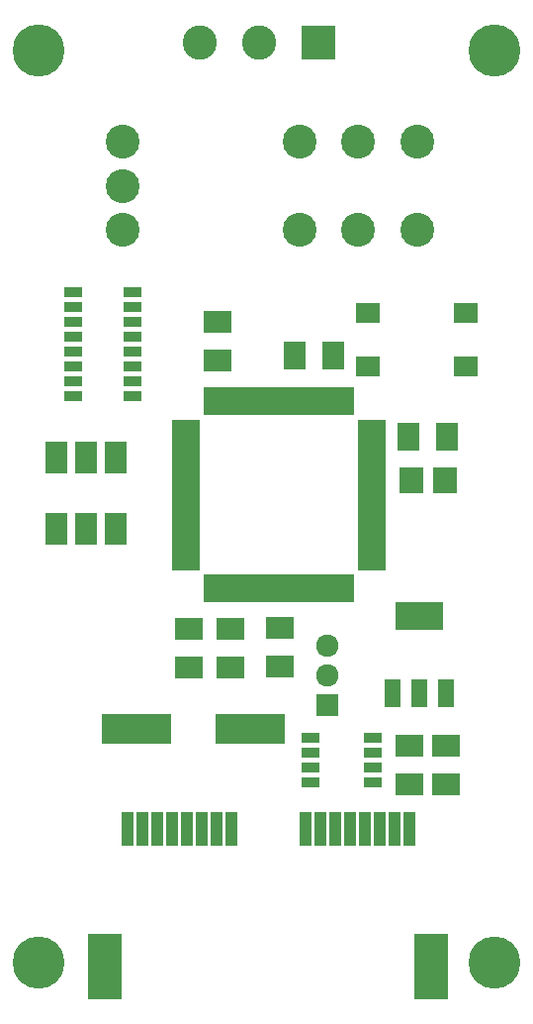
<source format=gts>
G04 (created by PCBNEW (2013-may-18)-stable) date Sat 04 Apr 2015 12:39:57 AM CEST*
%MOIN*%
G04 Gerber Fmt 3.4, Leading zero omitted, Abs format*
%FSLAX34Y34*%
G01*
G70*
G90*
G04 APERTURE LIST*
%ADD10C,0.00590551*%
%ADD11R,0.094448X0.033448*%
%ADD12R,0.033448X0.094448*%
%ADD13R,0.0787402X0.0708661*%
%ADD14R,0.159748X0.095748*%
%ADD15R,0.055748X0.095748*%
%ADD16R,0.060748X0.035748*%
%ADD17R,0.095748X0.075748*%
%ADD18R,0.075748X0.095748*%
%ADD19R,0.0409449X0.115748*%
%ADD20R,0.115354X0.220866*%
%ADD21R,0.075748X0.075748*%
%ADD22C,0.075748*%
%ADD23R,0.0748031X0.10748*%
%ADD24C,0.114173*%
%ADD25R,0.078648X0.086648*%
%ADD26R,0.236248X0.098448*%
%ADD27C,0.175748*%
%ADD28R,0.115748X0.115748*%
%ADD29C,0.115748*%
G04 APERTURE END LIST*
G54D10*
G54D11*
X83291Y-43539D03*
X83291Y-43224D03*
X83291Y-42909D03*
X83291Y-42594D03*
X83291Y-42279D03*
X83291Y-41964D03*
X83291Y-41649D03*
X83291Y-41334D03*
X83291Y-46062D03*
X89587Y-46062D03*
X89587Y-41334D03*
X83291Y-43857D03*
X83291Y-44172D03*
X83291Y-44487D03*
X83291Y-44802D03*
X83291Y-45117D03*
X83291Y-45432D03*
X83291Y-45747D03*
X89587Y-45747D03*
X89587Y-45432D03*
X89587Y-45117D03*
X89587Y-44802D03*
X89587Y-44487D03*
X89587Y-44172D03*
X89587Y-43857D03*
X89587Y-43539D03*
X89587Y-43224D03*
X89587Y-42909D03*
X89587Y-42594D03*
X89587Y-42279D03*
X89587Y-41964D03*
X89587Y-41649D03*
G54D12*
X84075Y-40546D03*
X84389Y-40546D03*
X84705Y-40546D03*
X85019Y-40546D03*
X85335Y-40546D03*
X85649Y-40546D03*
X86595Y-40546D03*
X87225Y-40546D03*
X87539Y-40546D03*
X85965Y-40546D03*
X86279Y-40546D03*
X86909Y-40546D03*
X87855Y-40546D03*
X88169Y-40546D03*
X88485Y-40546D03*
X88799Y-40546D03*
X84075Y-46846D03*
X84389Y-46846D03*
X84705Y-46846D03*
X85019Y-46846D03*
X85335Y-46846D03*
X85649Y-46846D03*
X85965Y-46846D03*
X86279Y-46846D03*
X86595Y-46846D03*
X86909Y-46846D03*
X87225Y-46846D03*
X87539Y-46846D03*
X87855Y-46846D03*
X88169Y-46846D03*
X88485Y-46846D03*
X88799Y-46846D03*
G54D13*
X92748Y-39362D03*
X89440Y-39362D03*
X92748Y-37590D03*
X89440Y-37590D03*
G54D14*
X91169Y-47782D03*
G54D15*
X91169Y-50382D03*
X92069Y-50382D03*
X90269Y-50382D03*
G54D16*
X89601Y-51891D03*
X87501Y-51891D03*
X89601Y-52391D03*
X89601Y-52891D03*
X89601Y-53391D03*
X87501Y-52391D03*
X87501Y-52891D03*
X87501Y-53391D03*
X81500Y-40391D03*
X81500Y-39891D03*
X81500Y-39391D03*
X81500Y-38891D03*
X81500Y-38391D03*
X81500Y-37891D03*
X81500Y-37391D03*
X81500Y-36891D03*
X79500Y-36891D03*
X79500Y-37391D03*
X79500Y-37891D03*
X79500Y-38391D03*
X79500Y-38891D03*
X79500Y-39391D03*
X79500Y-39891D03*
X79500Y-40391D03*
G54D17*
X90838Y-52129D03*
X90838Y-53429D03*
X84389Y-37869D03*
X84389Y-39169D03*
G54D18*
X88279Y-39000D03*
X86979Y-39000D03*
G54D17*
X92070Y-53433D03*
X92070Y-52133D03*
X86488Y-49488D03*
X86488Y-48188D03*
X84799Y-48208D03*
X84799Y-49508D03*
X83401Y-49508D03*
X83401Y-48208D03*
G54D19*
X83328Y-54940D03*
X83828Y-54940D03*
X84328Y-54940D03*
X84828Y-54940D03*
X82828Y-54940D03*
X82328Y-54940D03*
X81828Y-54940D03*
X81328Y-54940D03*
X87328Y-54940D03*
X87828Y-54940D03*
X88328Y-54940D03*
X88828Y-54940D03*
X89328Y-54940D03*
X89828Y-54940D03*
X90328Y-54940D03*
X90828Y-54940D03*
G54D20*
X80578Y-59584D03*
X91578Y-59584D03*
G54D21*
X88078Y-50783D03*
G54D22*
X88078Y-49783D03*
X88078Y-48783D03*
G54D23*
X79940Y-42452D03*
X79940Y-44838D03*
X78940Y-42452D03*
X80940Y-42452D03*
X80940Y-44838D03*
X78940Y-44838D03*
G54D24*
X81173Y-31814D03*
X89110Y-31814D03*
X81173Y-34791D03*
X89110Y-34791D03*
X91094Y-31814D03*
X91094Y-34791D03*
X87125Y-31814D03*
X87125Y-34791D03*
X81173Y-33303D03*
G54D25*
X92027Y-43220D03*
X90909Y-43220D03*
G54D26*
X85464Y-51566D03*
X81646Y-51566D03*
G54D27*
X93700Y-59448D03*
X78346Y-59448D03*
X93700Y-28740D03*
X78346Y-28740D03*
G54D18*
X90818Y-41751D03*
X92118Y-41751D03*
G54D28*
X87783Y-28488D03*
G54D29*
X85783Y-28488D03*
X83783Y-28488D03*
M02*

</source>
